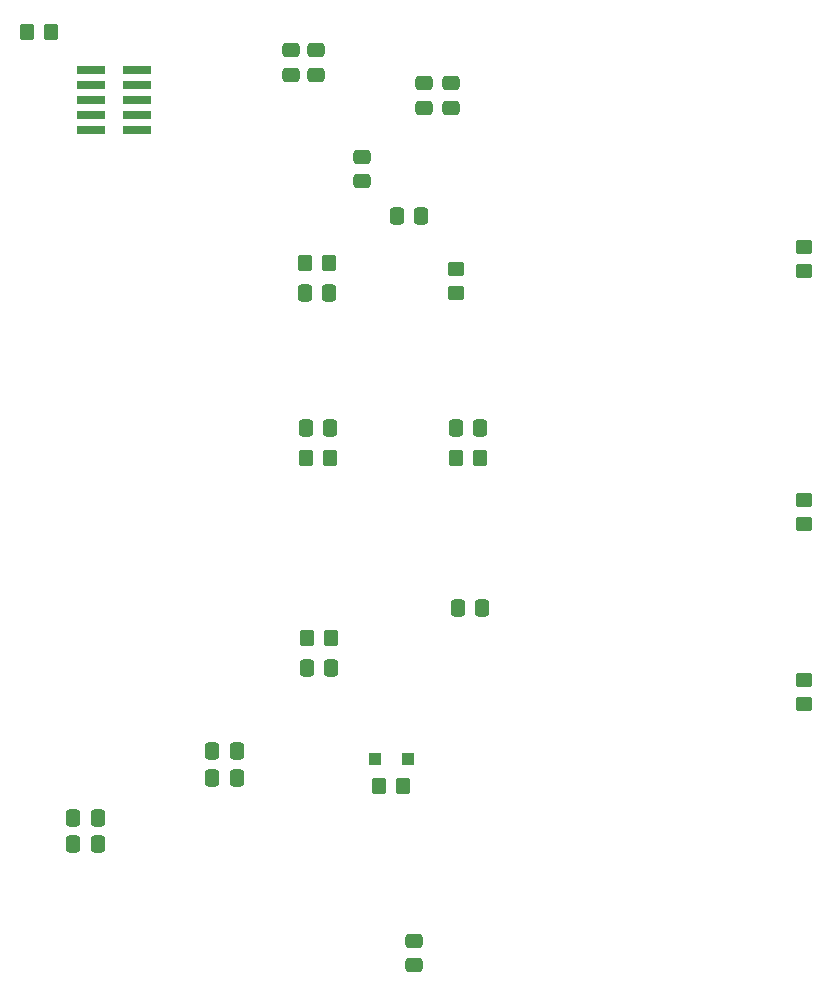
<source format=gbr>
%TF.GenerationSoftware,KiCad,Pcbnew,7.0.1-3b83917a11~172~ubuntu22.04.1*%
%TF.CreationDate,2023-04-03T22:42:05+01:00*%
%TF.ProjectId,adsr_vca_fx,61647372-5f76-4636-915f-66782e6b6963,rev?*%
%TF.SameCoordinates,Original*%
%TF.FileFunction,Paste,Bot*%
%TF.FilePolarity,Positive*%
%FSLAX46Y46*%
G04 Gerber Fmt 4.6, Leading zero omitted, Abs format (unit mm)*
G04 Created by KiCad (PCBNEW 7.0.1-3b83917a11~172~ubuntu22.04.1) date 2023-04-03 22:42:05*
%MOMM*%
%LPD*%
G01*
G04 APERTURE LIST*
G04 Aperture macros list*
%AMRoundRect*
0 Rectangle with rounded corners*
0 $1 Rounding radius*
0 $2 $3 $4 $5 $6 $7 $8 $9 X,Y pos of 4 corners*
0 Add a 4 corners polygon primitive as box body*
4,1,4,$2,$3,$4,$5,$6,$7,$8,$9,$2,$3,0*
0 Add four circle primitives for the rounded corners*
1,1,$1+$1,$2,$3*
1,1,$1+$1,$4,$5*
1,1,$1+$1,$6,$7*
1,1,$1+$1,$8,$9*
0 Add four rect primitives between the rounded corners*
20,1,$1+$1,$2,$3,$4,$5,0*
20,1,$1+$1,$4,$5,$6,$7,0*
20,1,$1+$1,$6,$7,$8,$9,0*
20,1,$1+$1,$8,$9,$2,$3,0*%
G04 Aperture macros list end*
%ADD10RoundRect,0.250000X-0.450000X0.350000X-0.450000X-0.350000X0.450000X-0.350000X0.450000X0.350000X0*%
%ADD11RoundRect,0.250000X0.337500X0.475000X-0.337500X0.475000X-0.337500X-0.475000X0.337500X-0.475000X0*%
%ADD12RoundRect,0.250000X-0.475000X0.337500X-0.475000X-0.337500X0.475000X-0.337500X0.475000X0.337500X0*%
%ADD13RoundRect,0.250000X-0.337500X-0.475000X0.337500X-0.475000X0.337500X0.475000X-0.337500X0.475000X0*%
%ADD14RoundRect,0.250000X0.475000X-0.337500X0.475000X0.337500X-0.475000X0.337500X-0.475000X-0.337500X0*%
%ADD15RoundRect,0.250000X-0.350000X-0.450000X0.350000X-0.450000X0.350000X0.450000X-0.350000X0.450000X0*%
%ADD16RoundRect,0.250000X0.350000X0.450000X-0.350000X0.450000X-0.350000X-0.450000X0.350000X-0.450000X0*%
%ADD17RoundRect,0.250000X0.300000X0.300000X-0.300000X0.300000X-0.300000X-0.300000X0.300000X-0.300000X0*%
%ADD18R,2.400000X0.740000*%
G04 APERTURE END LIST*
D10*
%TO.C,R4*%
X156210000Y-112030000D03*
X156210000Y-114030000D03*
%TD*%
D11*
%TO.C,C12*%
X116037000Y-79263000D03*
X113962000Y-79263000D03*
%TD*%
D12*
%TO.C,C9*%
X112776000Y-58677900D03*
X112776000Y-60752900D03*
%TD*%
D10*
%TO.C,R2*%
X156210000Y-75363000D03*
X156210000Y-77363000D03*
%TD*%
%TO.C,R14*%
X126746000Y-77232000D03*
X126746000Y-79232000D03*
%TD*%
D11*
%TO.C,C22*%
X96444500Y-123698000D03*
X94369500Y-123698000D03*
%TD*%
D12*
%TO.C,C6*%
X118770800Y-67705500D03*
X118770800Y-69780500D03*
%TD*%
D13*
%TO.C,C21*%
X94369500Y-125857000D03*
X96444500Y-125857000D03*
%TD*%
%TO.C,C10*%
X126740000Y-90693000D03*
X128815000Y-90693000D03*
%TD*%
D12*
%TO.C,C8*%
X114935000Y-58677900D03*
X114935000Y-60752900D03*
%TD*%
D14*
%TO.C,C23*%
X123190000Y-136158500D03*
X123190000Y-134083500D03*
%TD*%
D12*
%TO.C,C7*%
X126340000Y-61457100D03*
X126340000Y-63532100D03*
%TD*%
D13*
%TO.C,C4*%
X106111523Y-118042500D03*
X108186523Y-118042500D03*
%TD*%
D15*
%TO.C,R1*%
X114188500Y-108473000D03*
X116188500Y-108473000D03*
%TD*%
D13*
%TO.C,C2*%
X114151000Y-111013000D03*
X116226000Y-111013000D03*
%TD*%
D15*
%TO.C,R16*%
X114077500Y-93233000D03*
X116077500Y-93233000D03*
%TD*%
%TO.C,R25*%
X120269000Y-120964750D03*
X122269000Y-120964750D03*
%TD*%
D13*
%TO.C,C11*%
X114040000Y-90693000D03*
X116115000Y-90693000D03*
%TD*%
D15*
%TO.C,R13*%
X113999500Y-76723000D03*
X115999500Y-76723000D03*
%TD*%
D12*
%TO.C,C5*%
X124054000Y-61457100D03*
X124054000Y-63532100D03*
%TD*%
D16*
%TO.C,R18*%
X128777500Y-93233000D03*
X126777500Y-93233000D03*
%TD*%
D17*
%TO.C,D3*%
X122685000Y-118678750D03*
X119885000Y-118678750D03*
%TD*%
D18*
%TO.C,J6*%
X95840000Y-65405000D03*
X99740000Y-65405000D03*
X95840000Y-64135000D03*
X99740000Y-64135000D03*
X95840000Y-62865000D03*
X99740000Y-62865000D03*
X95840000Y-61595000D03*
X99740000Y-61595000D03*
X95840000Y-60325000D03*
X99740000Y-60325000D03*
%TD*%
D13*
%TO.C,C1*%
X126916000Y-105933000D03*
X128991000Y-105933000D03*
%TD*%
D10*
%TO.C,R3*%
X156210000Y-96790000D03*
X156210000Y-98790000D03*
%TD*%
D13*
%TO.C,C13*%
X121746500Y-72680000D03*
X123821500Y-72680000D03*
%TD*%
D16*
%TO.C,R6*%
X92440000Y-57150000D03*
X90440000Y-57150000D03*
%TD*%
D13*
%TO.C,C3*%
X106111523Y-120287000D03*
X108186523Y-120287000D03*
%TD*%
M02*

</source>
